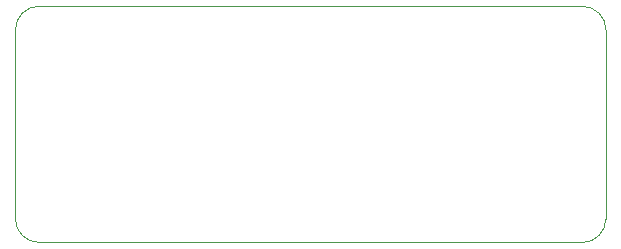
<source format=gbr>
%TF.GenerationSoftware,KiCad,Pcbnew,7.0.7*%
%TF.CreationDate,2023-09-05T11:40:51+02:00*%
%TF.ProjectId,tle5010-11_pcb,746c6535-3031-4302-9d31-315f7063622e,rev?*%
%TF.SameCoordinates,Original*%
%TF.FileFunction,Profile,NP*%
%FSLAX46Y46*%
G04 Gerber Fmt 4.6, Leading zero omitted, Abs format (unit mm)*
G04 Created by KiCad (PCBNEW 7.0.7) date 2023-09-05 11:40:51*
%MOMM*%
%LPD*%
G01*
G04 APERTURE LIST*
%TA.AperFunction,Profile*%
%ADD10C,0.100000*%
%TD*%
G04 APERTURE END LIST*
D10*
X30000000Y-38000000D02*
G75*
G03*
X32000000Y-40000000I2000000J0D01*
G01*
X80000000Y-38000000D02*
X80000000Y-22000000D01*
X32000000Y-20000000D02*
G75*
G03*
X30000000Y-22000000I0J-2000000D01*
G01*
X78000000Y-20000000D02*
X32000000Y-20000000D01*
X78000000Y-40000000D02*
G75*
G03*
X80000000Y-38000000I0J2000000D01*
G01*
X80000000Y-22000000D02*
G75*
G03*
X78000000Y-20000000I-2000000J0D01*
G01*
X32000000Y-40000000D02*
X78000000Y-40000000D01*
X30000000Y-22000000D02*
X30000000Y-38000000D01*
M02*

</source>
